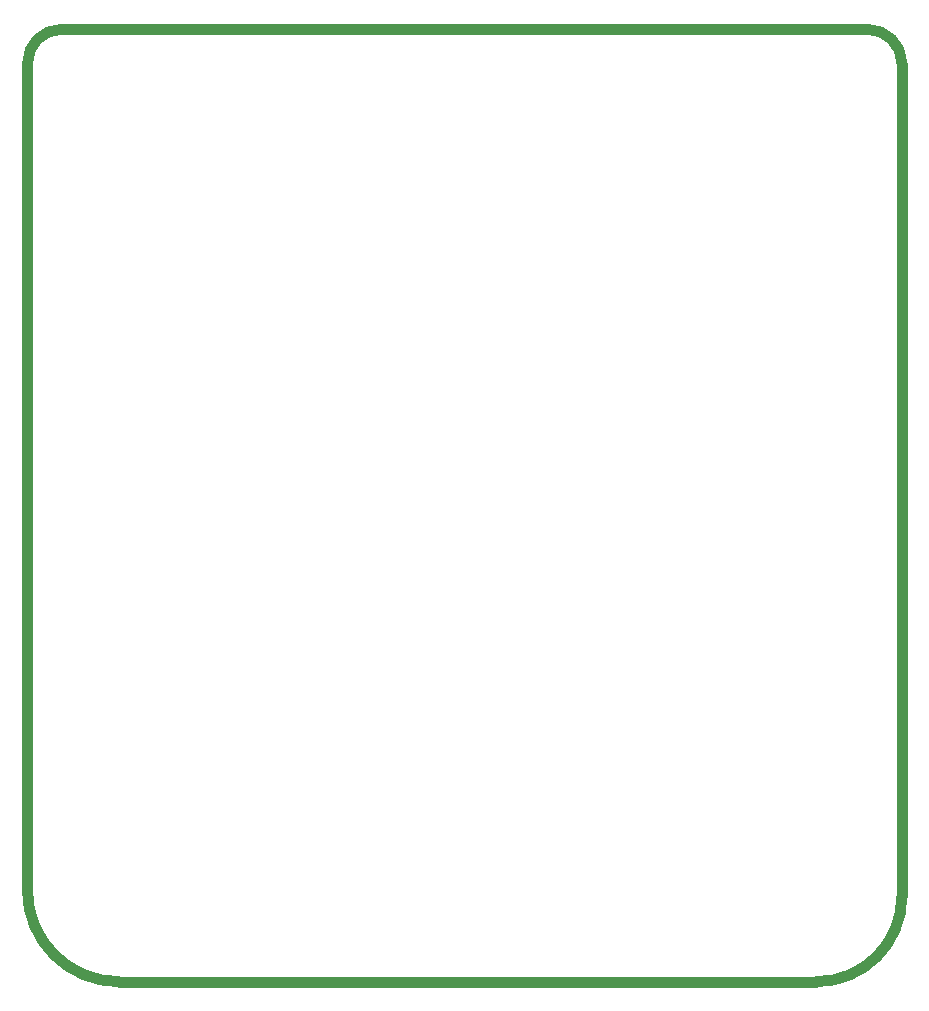
<source format=gko>
G04 start of page 2 for group 7 layer_idx 4 *
G04 Title: (unknown), global_outline *
G04 Creator: pcb-rnd 2.3.0 *
G04 CreationDate: 2021-05-03 19:23:03 UTC *
G04 For:  *
G04 Format: Gerber/RS-274X *
G04 PCB-Dimensions: 500000 500000 *
G04 PCB-Coordinate-Origin: lower left *
%MOIN*%
%FSLAX25Y25*%
%LNGLOBAL_BOUNDARY_UROUTE_7*%
%ADD102C,0.0350*%
G54D102*X91500Y400500D02*X360000D01*
X371500Y389000D02*Y111500D01*
X80000Y113500D02*Y389000D01*
X343000Y83000D02*X110500D01*
X91500Y400500D02*G75*G03X80000Y389000I0J-11500D01*G01*
Y113500D02*G75*G03X110500Y83000I30500J0D01*G01*
X371500Y111500D02*G75*G02X343000Y83000I-28500J0D01*G01*
X371500Y389000D02*G75*G03X360000Y400500I-11500J0D01*G01*
M02*

</source>
